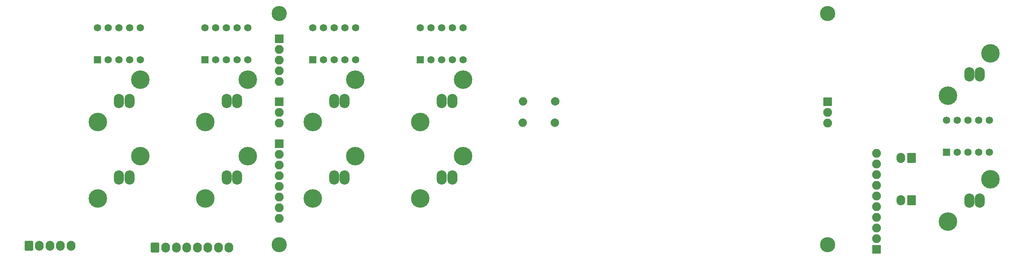
<source format=gbr>
%TF.GenerationSoftware,KiCad,Pcbnew,7.0.10*%
%TF.CreationDate,2024-01-24T20:17:36+01:00*%
%TF.ProjectId,ThePreamp-Analogue,54686550-7265-4616-9d70-2d416e616c6f,rev?*%
%TF.SameCoordinates,Original*%
%TF.FileFunction,Soldermask,Top*%
%TF.FilePolarity,Negative*%
%FSLAX46Y46*%
G04 Gerber Fmt 4.6, Leading zero omitted, Abs format (unit mm)*
G04 Created by KiCad (PCBNEW 7.0.10) date 2024-01-24 20:17:36*
%MOMM*%
%LPD*%
G01*
G04 APERTURE LIST*
G04 Aperture macros list*
%AMRoundRect*
0 Rectangle with rounded corners*
0 $1 Rounding radius*
0 $2 $3 $4 $5 $6 $7 $8 $9 X,Y pos of 4 corners*
0 Add a 4 corners polygon primitive as box body*
4,1,4,$2,$3,$4,$5,$6,$7,$8,$9,$2,$3,0*
0 Add four circle primitives for the rounded corners*
1,1,$1+$1,$2,$3*
1,1,$1+$1,$4,$5*
1,1,$1+$1,$6,$7*
1,1,$1+$1,$8,$9*
0 Add four rect primitives between the rounded corners*
20,1,$1+$1,$2,$3,$4,$5,0*
20,1,$1+$1,$4,$5,$6,$7,0*
20,1,$1+$1,$6,$7,$8,$9,0*
20,1,$1+$1,$8,$9,$2,$3,0*%
G04 Aperture macros list end*
%ADD10C,4.400000*%
%ADD11O,2.400000X3.400000*%
%ADD12C,3.600000*%
%ADD13RoundRect,0.200000X0.675000X-0.675000X0.675000X0.675000X-0.675000X0.675000X-0.675000X-0.675000X0*%
%ADD14C,1.750000*%
%ADD15RoundRect,0.308824X-0.741176X-0.866176X0.741176X-0.866176X0.741176X0.866176X-0.741176X0.866176X0*%
%ADD16O,2.100000X2.350000*%
%ADD17C,2.000000*%
%ADD18O,2.000000X2.000000*%
%ADD19RoundRect,0.308824X0.741176X0.891176X-0.741176X0.891176X-0.741176X-0.891176X0.741176X-0.891176X0*%
%ADD20O,2.100000X2.400000*%
%ADD21RoundRect,0.200000X-0.850000X-0.850000X0.850000X-0.850000X0.850000X0.850000X-0.850000X0.850000X0*%
%ADD22O,2.100000X2.100000*%
%ADD23RoundRect,0.200000X0.850000X0.850000X-0.850000X0.850000X-0.850000X-0.850000X0.850000X-0.850000X0*%
G04 APERTURE END LIST*
D10*
%TO.C,RCA3*%
X72950000Y15950000D03*
X83050000Y26050000D03*
D11*
X78000000Y21000000D03*
X80500000Y21000000D03*
%TD*%
D12*
%TO.C,REF\u002A\u002A*%
X65000000Y60000000D03*
%TD*%
D10*
%TO.C,RCA6*%
X47450000Y34150000D03*
X57550000Y44250000D03*
D11*
X52500000Y39200000D03*
X55000000Y39200000D03*
%TD*%
D13*
%TO.C,K4*%
X98400000Y49000000D03*
D14*
X100940000Y49000000D03*
X103480000Y49000000D03*
X106020000Y49000000D03*
X108560000Y49000000D03*
X108560000Y56620000D03*
X106020000Y56620000D03*
X103480000Y56620000D03*
X100940000Y56620000D03*
X98400000Y56620000D03*
%TD*%
D12*
%TO.C,REF\u002A\u002A*%
X195000000Y60000000D03*
%TD*%
D13*
%TO.C,K2*%
X47400000Y49000000D03*
D14*
X49940000Y49000000D03*
X52480000Y49000000D03*
X55020000Y49000000D03*
X57560000Y49000000D03*
X57560000Y56620000D03*
X55020000Y56620000D03*
X52480000Y56620000D03*
X49940000Y56620000D03*
X47400000Y56620000D03*
%TD*%
D13*
%TO.C,K1*%
X21900000Y49000000D03*
D14*
X24440000Y49000000D03*
X26980000Y49000000D03*
X29520000Y49000000D03*
X32060000Y49000000D03*
X32060000Y56620000D03*
X29520000Y56620000D03*
X26980000Y56620000D03*
X24440000Y56620000D03*
X21900000Y56620000D03*
%TD*%
D10*
%TO.C,RCA8*%
X98450000Y34150000D03*
X108550000Y44250000D03*
D11*
X103500000Y39200000D03*
X106000000Y39200000D03*
%TD*%
D12*
%TO.C,REF\u002A\u002A*%
X195000000Y5000000D03*
%TD*%
D10*
%TO.C,RCA1*%
X21950000Y15950000D03*
X32050000Y26050000D03*
D11*
X27000000Y21000000D03*
X29500000Y21000000D03*
%TD*%
D13*
%TO.C,K3*%
X72900000Y49000000D03*
D14*
X75440000Y49000000D03*
X77980000Y49000000D03*
X80520000Y49000000D03*
X83060000Y49000000D03*
X83060000Y56620000D03*
X80520000Y56620000D03*
X77980000Y56620000D03*
X75440000Y56620000D03*
X72900000Y56620000D03*
%TD*%
D10*
%TO.C,RCA5*%
X21950000Y34150000D03*
X32050000Y44250000D03*
D11*
X27000000Y39200000D03*
X29500000Y39200000D03*
%TD*%
D10*
%TO.C,RCA4*%
X98450000Y15950000D03*
X108550000Y26050000D03*
D11*
X103500000Y21000000D03*
X106000000Y21000000D03*
%TD*%
D10*
%TO.C,RCA7*%
X72950000Y34150000D03*
X83050000Y44250000D03*
D11*
X78000000Y39200000D03*
X80500000Y39200000D03*
%TD*%
D10*
%TO.C,RCA10*%
X223550000Y40450000D03*
X233650000Y50550000D03*
D11*
X228600000Y45500000D03*
X231100000Y45500000D03*
%TD*%
D10*
%TO.C,RCA2*%
X47450000Y15950000D03*
X57550000Y26050000D03*
D11*
X52500000Y21000000D03*
X55000000Y21000000D03*
%TD*%
D13*
%TO.C,K5*%
X223220000Y26990000D03*
D14*
X225760000Y26990000D03*
X228300000Y26990000D03*
X230840000Y26990000D03*
X233380000Y26990000D03*
X233380000Y34610000D03*
X230840000Y34610000D03*
X228300000Y34610000D03*
X225760000Y34610000D03*
X223220000Y34610000D03*
%TD*%
D10*
%TO.C,RCA9*%
X223550000Y10450000D03*
X233650000Y20550000D03*
D11*
X228600000Y15500000D03*
X231100000Y15500000D03*
%TD*%
D12*
%TO.C,REF\u002A\u002A*%
X65000000Y5000000D03*
%TD*%
D15*
%TO.C,J3*%
X35550000Y4275000D03*
D16*
X38050000Y4275000D03*
X40550000Y4275000D03*
X43050000Y4275000D03*
X45550000Y4275000D03*
X48050000Y4275000D03*
X50550000Y4275000D03*
X53050000Y4275000D03*
%TD*%
D17*
%TO.C,R2*%
X130310000Y34000000D03*
D18*
X122690000Y34000000D03*
%TD*%
D19*
%TO.C,J8*%
X214900000Y15600000D03*
D20*
X212400000Y15600000D03*
%TD*%
D15*
%TO.C,J5*%
X5600000Y4700000D03*
D16*
X8100000Y4700000D03*
X10600000Y4700000D03*
X13100000Y4700000D03*
X15600000Y4700000D03*
%TD*%
D21*
%TO.C,J7*%
X206600000Y3860000D03*
D22*
X206600000Y6400000D03*
X206600000Y8940000D03*
X206600000Y11480000D03*
X206600000Y14020000D03*
X206600000Y16560000D03*
X206600000Y19100000D03*
X206600000Y21640000D03*
X206600000Y24180000D03*
X206600000Y26720000D03*
%TD*%
D17*
%TO.C,R1*%
X130400000Y39100000D03*
D18*
X122780000Y39100000D03*
%TD*%
D23*
%TO.C,J1*%
X65000000Y39000000D03*
D22*
X65000000Y36460000D03*
X65000000Y33920000D03*
%TD*%
D23*
%TO.C,J6*%
X65000000Y54000000D03*
D22*
X65000000Y51460000D03*
X65000000Y48920000D03*
X65000000Y46380000D03*
X65000000Y43840000D03*
%TD*%
D23*
%TO.C,J2*%
X195000000Y39000000D03*
D22*
X195000000Y36460000D03*
X195000000Y33920000D03*
%TD*%
D19*
%TO.C,J9*%
X214900000Y25600000D03*
D20*
X212400000Y25600000D03*
%TD*%
D23*
%TO.C,J4*%
X65000000Y29000000D03*
D22*
X65000000Y26460000D03*
X65000000Y23920000D03*
X65000000Y21380000D03*
X65000000Y18840000D03*
X65000000Y16300000D03*
X65000000Y13760000D03*
X65000000Y11220000D03*
%TD*%
M02*

</source>
